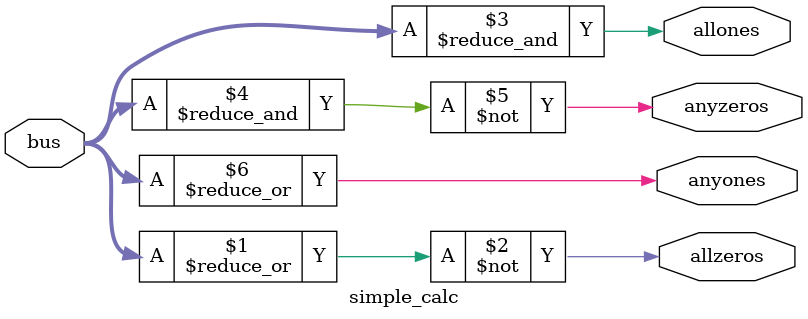
<source format=sv>
`timescale 1ns/1ns
module simple_calc 
  //( parameter SIZE = 8)
  (
    input logic [3: 0]bus,
  	output logic allzeros, allones, anyzeros, anyones);
  
  assign allzeros = ~(|bus);
  assign allones = (&bus);
  assign anyzeros = ~(&bus);
  assign anyones = (|bus);

endmodule

</source>
